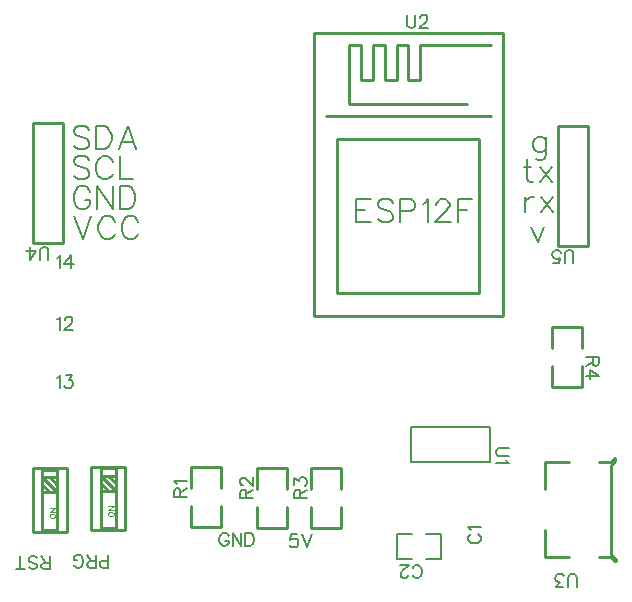
<source format=gto>
G04 Layer: TopSilkLayer*
G04 EasyEDA v6.4.25, 2021-10-08T18:06:41+02:00*
G04 037b28f00f454e67816ab17afa83080b,1cac1e5aea054b3a93835a94b3064acf,10*
G04 Gerber Generator version 0.2*
G04 Scale: 100 percent, Rotated: No, Reflected: No *
G04 Dimensions in millimeters *
G04 leading zeros omitted , absolute positions ,4 integer and 5 decimal *
%FSLAX45Y45*%
%MOMM*%

%ADD10C,0.2540*%
%ADD23C,0.1999*%
%ADD24C,0.1524*%
%ADD25C,0.2032*%
%ADD26C,0.0762*%

%LPD*%
D25*
X1373886Y8330692D02*
G01*
X1355344Y8349234D01*
X1327657Y8358378D01*
X1290828Y8358378D01*
X1263142Y8349234D01*
X1244600Y8330692D01*
X1244600Y8312150D01*
X1253744Y8293862D01*
X1263142Y8284463D01*
X1281429Y8275320D01*
X1337055Y8256778D01*
X1355344Y8247634D01*
X1364742Y8238489D01*
X1373886Y8219947D01*
X1373886Y8192262D01*
X1355344Y8173720D01*
X1327657Y8164576D01*
X1290828Y8164576D01*
X1263142Y8173720D01*
X1244600Y8192262D01*
X1434845Y8358378D02*
G01*
X1434845Y8164576D01*
X1434845Y8358378D02*
G01*
X1499615Y8358378D01*
X1527302Y8349234D01*
X1545589Y8330692D01*
X1554987Y8312150D01*
X1564131Y8284463D01*
X1564131Y8238489D01*
X1554987Y8210550D01*
X1545589Y8192262D01*
X1527302Y8173720D01*
X1499615Y8164576D01*
X1434845Y8164576D01*
X1699005Y8358378D02*
G01*
X1625092Y8164576D01*
X1699005Y8358378D02*
G01*
X1772920Y8164576D01*
X1652778Y8229092D02*
G01*
X1745234Y8229092D01*
X1373886Y8076692D02*
G01*
X1355344Y8095234D01*
X1327657Y8104378D01*
X1290828Y8104378D01*
X1263142Y8095234D01*
X1244600Y8076692D01*
X1244600Y8058150D01*
X1253744Y8039862D01*
X1263142Y8030463D01*
X1281429Y8021320D01*
X1337055Y8002778D01*
X1355344Y7993634D01*
X1364742Y7984489D01*
X1373886Y7965947D01*
X1373886Y7938262D01*
X1355344Y7919720D01*
X1327657Y7910576D01*
X1290828Y7910576D01*
X1263142Y7919720D01*
X1244600Y7938262D01*
X1573529Y8058150D02*
G01*
X1564131Y8076692D01*
X1545589Y8095234D01*
X1527302Y8104378D01*
X1490218Y8104378D01*
X1471929Y8095234D01*
X1453387Y8076692D01*
X1443989Y8058150D01*
X1434845Y8030463D01*
X1434845Y7984489D01*
X1443989Y7956550D01*
X1453387Y7938262D01*
X1471929Y7919720D01*
X1490218Y7910576D01*
X1527302Y7910576D01*
X1545589Y7919720D01*
X1564131Y7938262D01*
X1573529Y7956550D01*
X1634489Y8104378D02*
G01*
X1634489Y7910576D01*
X1634489Y7910576D02*
G01*
X1745234Y7910576D01*
X1383029Y7804150D02*
G01*
X1373886Y7822692D01*
X1355344Y7841234D01*
X1337055Y7850378D01*
X1299971Y7850378D01*
X1281429Y7841234D01*
X1263142Y7822692D01*
X1253744Y7804150D01*
X1244600Y7776463D01*
X1244600Y7730489D01*
X1253744Y7702550D01*
X1263142Y7684262D01*
X1281429Y7665720D01*
X1299971Y7656576D01*
X1337055Y7656576D01*
X1355344Y7665720D01*
X1373886Y7684262D01*
X1383029Y7702550D01*
X1383029Y7730489D01*
X1337055Y7730489D02*
G01*
X1383029Y7730489D01*
X1443989Y7850378D02*
G01*
X1443989Y7656576D01*
X1443989Y7850378D02*
G01*
X1573529Y7656576D01*
X1573529Y7850378D02*
G01*
X1573529Y7656576D01*
X1634489Y7850378D02*
G01*
X1634489Y7656576D01*
X1634489Y7850378D02*
G01*
X1699005Y7850378D01*
X1726692Y7841234D01*
X1745234Y7822692D01*
X1754378Y7804150D01*
X1763776Y7776463D01*
X1763776Y7730489D01*
X1754378Y7702550D01*
X1745234Y7684262D01*
X1726692Y7665720D01*
X1699005Y7656576D01*
X1634489Y7656576D01*
X1244600Y7596378D02*
G01*
X1318513Y7402576D01*
X1392428Y7596378D02*
G01*
X1318513Y7402576D01*
X1591818Y7550150D02*
G01*
X1582673Y7568692D01*
X1564131Y7587234D01*
X1545589Y7596378D01*
X1508760Y7596378D01*
X1490218Y7587234D01*
X1471929Y7568692D01*
X1462531Y7550150D01*
X1453387Y7522463D01*
X1453387Y7476489D01*
X1462531Y7448550D01*
X1471929Y7430262D01*
X1490218Y7411720D01*
X1508760Y7402576D01*
X1545589Y7402576D01*
X1564131Y7411720D01*
X1582673Y7430262D01*
X1591818Y7448550D01*
X1791462Y7550150D02*
G01*
X1782063Y7568692D01*
X1763776Y7587234D01*
X1745234Y7596378D01*
X1708150Y7596378D01*
X1689862Y7587234D01*
X1671320Y7568692D01*
X1662176Y7550150D01*
X1652778Y7522463D01*
X1652778Y7476489D01*
X1662176Y7448550D01*
X1671320Y7430262D01*
X1689862Y7411720D01*
X1708150Y7402576D01*
X1745234Y7402576D01*
X1763776Y7411720D01*
X1782063Y7430262D01*
X1791462Y7448550D01*
X5241543Y8268462D02*
G01*
X5241543Y8120634D01*
X5232400Y8092947D01*
X5223256Y8083550D01*
X5204713Y8074405D01*
X5177027Y8074405D01*
X5158486Y8083550D01*
X5241543Y8240776D02*
G01*
X5223256Y8259063D01*
X5204713Y8268462D01*
X5177027Y8268462D01*
X5158486Y8259063D01*
X5139943Y8240776D01*
X5130800Y8213089D01*
X5130800Y8194547D01*
X5139943Y8166862D01*
X5158486Y8148320D01*
X5177027Y8139176D01*
X5204713Y8139176D01*
X5223256Y8148320D01*
X5241543Y8166862D01*
X5082286Y8078978D02*
G01*
X5082286Y7922005D01*
X5091429Y7894320D01*
X5109972Y7885176D01*
X5128513Y7885176D01*
X5054600Y8014462D02*
G01*
X5119370Y8014462D01*
X5189474Y8014462D02*
G01*
X5291074Y7885176D01*
X5291074Y8014462D02*
G01*
X5189474Y7885176D01*
X5067300Y7760462D02*
G01*
X5067300Y7631176D01*
X5067300Y7705089D02*
G01*
X5076443Y7732776D01*
X5094986Y7751063D01*
X5113527Y7760462D01*
X5141213Y7760462D01*
X5202174Y7760462D02*
G01*
X5303774Y7631176D01*
X5303774Y7760462D02*
G01*
X5202174Y7631176D01*
X5118100Y7506462D02*
G01*
X5173472Y7377176D01*
X5228843Y7506462D02*
G01*
X5173472Y7377176D01*
D24*
X1536700Y4621784D02*
G01*
X1536700Y4730750D01*
X1536700Y4621784D02*
G01*
X1489963Y4621784D01*
X1474470Y4626863D01*
X1469136Y4632197D01*
X1464055Y4642612D01*
X1464055Y4658105D01*
X1469136Y4668520D01*
X1474470Y4673600D01*
X1489963Y4678934D01*
X1536700Y4678934D01*
X1429765Y4621784D02*
G01*
X1429765Y4730750D01*
X1429765Y4621784D02*
G01*
X1383029Y4621784D01*
X1367281Y4626863D01*
X1362202Y4632197D01*
X1356868Y4642612D01*
X1356868Y4653026D01*
X1362202Y4663439D01*
X1367281Y4668520D01*
X1383029Y4673600D01*
X1429765Y4673600D01*
X1393189Y4673600D02*
G01*
X1356868Y4730750D01*
X1244600Y4647692D02*
G01*
X1249934Y4637278D01*
X1260347Y4626863D01*
X1270762Y4621784D01*
X1291589Y4621784D01*
X1301750Y4626863D01*
X1312163Y4637278D01*
X1317497Y4647692D01*
X1322578Y4663439D01*
X1322578Y4689347D01*
X1317497Y4704842D01*
X1312163Y4715255D01*
X1301750Y4725670D01*
X1291589Y4730750D01*
X1270762Y4730750D01*
X1260347Y4725670D01*
X1249934Y4715255D01*
X1244600Y4704842D01*
X1244600Y4689347D01*
X1270762Y4689347D02*
G01*
X1244600Y4689347D01*
D26*
X1534413Y5068570D02*
G01*
X1536700Y5063744D01*
X1541271Y5059171D01*
X1545844Y5056886D01*
X1552955Y5054600D01*
X1564386Y5054600D01*
X1571244Y5056886D01*
X1576070Y5059171D01*
X1580642Y5063744D01*
X1582928Y5068570D01*
X1582928Y5077713D01*
X1580642Y5082286D01*
X1576070Y5086857D01*
X1571244Y5089144D01*
X1564386Y5091429D01*
X1552955Y5091429D01*
X1545844Y5089144D01*
X1541271Y5086857D01*
X1536700Y5082286D01*
X1534413Y5077713D01*
X1534413Y5068570D01*
X1534413Y5106670D02*
G01*
X1582928Y5106670D01*
X1534413Y5106670D02*
G01*
X1582928Y5139181D01*
X1534413Y5139181D02*
G01*
X1582928Y5139181D01*
D24*
X1041400Y4609084D02*
G01*
X1041400Y4718050D01*
X1041400Y4609084D02*
G01*
X994663Y4609084D01*
X979170Y4614163D01*
X973836Y4619497D01*
X968755Y4629912D01*
X968755Y4640326D01*
X973836Y4650739D01*
X979170Y4655820D01*
X994663Y4660900D01*
X1041400Y4660900D01*
X1005078Y4660900D02*
G01*
X968755Y4718050D01*
X861568Y4624578D02*
G01*
X871981Y4614163D01*
X887729Y4609084D01*
X908304Y4609084D01*
X924052Y4614163D01*
X934465Y4624578D01*
X934465Y4634992D01*
X929131Y4645405D01*
X924052Y4650739D01*
X913637Y4655820D01*
X882395Y4666234D01*
X871981Y4671313D01*
X866902Y4676647D01*
X861568Y4687062D01*
X861568Y4702555D01*
X871981Y4712970D01*
X887729Y4718050D01*
X908304Y4718050D01*
X924052Y4712970D01*
X934465Y4702555D01*
X790955Y4609084D02*
G01*
X790955Y4718050D01*
X827278Y4609084D02*
G01*
X754634Y4609084D01*
D26*
X1039113Y5055870D02*
G01*
X1041400Y5051044D01*
X1045971Y5046471D01*
X1050544Y5044186D01*
X1057655Y5041900D01*
X1069086Y5041900D01*
X1075944Y5044186D01*
X1080770Y5046471D01*
X1085342Y5051044D01*
X1087628Y5055870D01*
X1087628Y5065013D01*
X1085342Y5069586D01*
X1080770Y5074157D01*
X1075944Y5076444D01*
X1069086Y5078729D01*
X1057655Y5078729D01*
X1050544Y5076444D01*
X1045971Y5074157D01*
X1041400Y5069586D01*
X1039113Y5065013D01*
X1039113Y5055870D01*
X1039113Y5093970D02*
G01*
X1087628Y5093970D01*
X1039113Y5093970D02*
G01*
X1087628Y5126481D01*
X1039113Y5126481D02*
G01*
X1087628Y5126481D01*
D24*
X1028700Y7225284D02*
G01*
X1028700Y7303262D01*
X1023620Y7318755D01*
X1013205Y7329170D01*
X997457Y7334250D01*
X987044Y7334250D01*
X971550Y7329170D01*
X961136Y7318755D01*
X956055Y7303262D01*
X956055Y7225284D01*
X869695Y7225284D02*
G01*
X921765Y7297928D01*
X843787Y7297928D01*
X869695Y7225284D02*
G01*
X869695Y7334250D01*
X4609591Y4903978D02*
G01*
X4599177Y4898644D01*
X4588763Y4888229D01*
X4583684Y4878070D01*
X4583684Y4857242D01*
X4588763Y4846828D01*
X4599177Y4836413D01*
X4609591Y4831079D01*
X4625340Y4826000D01*
X4651247Y4826000D01*
X4666741Y4831079D01*
X4677156Y4836413D01*
X4687570Y4846828D01*
X4692650Y4857242D01*
X4692650Y4878070D01*
X4687570Y4888229D01*
X4677156Y4898644D01*
X4666741Y4903978D01*
X4604511Y4938268D02*
G01*
X4599177Y4948681D01*
X4583684Y4964176D01*
X4692650Y4964176D01*
X4113047Y4558766D02*
G01*
X4118381Y4548352D01*
X4128795Y4537938D01*
X4138955Y4532858D01*
X4159783Y4532858D01*
X4170197Y4537938D01*
X4180611Y4548352D01*
X4185945Y4558766D01*
X4191025Y4574514D01*
X4191025Y4600422D01*
X4185945Y4615916D01*
X4180611Y4626330D01*
X4170197Y4636744D01*
X4159783Y4641824D01*
X4138955Y4641824D01*
X4128795Y4636744D01*
X4118381Y4626330D01*
X4113047Y4615916D01*
X4073677Y4558766D02*
G01*
X4073677Y4553686D01*
X4068343Y4543272D01*
X4063263Y4537938D01*
X4052849Y4532858D01*
X4032021Y4532858D01*
X4021607Y4537938D01*
X4016527Y4543272D01*
X4011193Y4553686D01*
X4011193Y4564100D01*
X4016527Y4574514D01*
X4026941Y4590008D01*
X4078757Y4641824D01*
X4006113Y4641824D01*
X2094484Y5219700D02*
G01*
X2203450Y5219700D01*
X2094484Y5219700D02*
G01*
X2094484Y5266436D01*
X2099563Y5281929D01*
X2104897Y5287263D01*
X2115311Y5292344D01*
X2125725Y5292344D01*
X2136140Y5287263D01*
X2141220Y5281929D01*
X2146300Y5266436D01*
X2146300Y5219700D01*
X2146300Y5256021D02*
G01*
X2203450Y5292344D01*
X2115311Y5326634D02*
G01*
X2109977Y5337047D01*
X2094484Y5352795D01*
X2203450Y5352795D01*
X2653284Y5207000D02*
G01*
X2762250Y5207000D01*
X2653284Y5207000D02*
G01*
X2653284Y5253736D01*
X2658363Y5269229D01*
X2663697Y5274563D01*
X2674111Y5279644D01*
X2684525Y5279644D01*
X2694940Y5274563D01*
X2700020Y5269229D01*
X2705100Y5253736D01*
X2705100Y5207000D01*
X2705100Y5243321D02*
G01*
X2762250Y5279644D01*
X2679191Y5319268D02*
G01*
X2674111Y5319268D01*
X2663697Y5324347D01*
X2658363Y5329681D01*
X2653284Y5340095D01*
X2653284Y5360670D01*
X2658363Y5371084D01*
X2663697Y5376418D01*
X2674111Y5381497D01*
X2684525Y5381497D01*
X2694940Y5376418D01*
X2710434Y5366004D01*
X2762250Y5313934D01*
X2762250Y5386831D01*
X3110484Y5207000D02*
G01*
X3219450Y5207000D01*
X3110484Y5207000D02*
G01*
X3110484Y5253736D01*
X3115563Y5269229D01*
X3120897Y5274563D01*
X3131311Y5279644D01*
X3141725Y5279644D01*
X3152140Y5274563D01*
X3157220Y5269229D01*
X3162300Y5253736D01*
X3162300Y5207000D01*
X3162300Y5243321D02*
G01*
X3219450Y5279644D01*
X3110484Y5324347D02*
G01*
X3110484Y5381497D01*
X3152140Y5350510D01*
X3152140Y5366004D01*
X3157220Y5376418D01*
X3162300Y5381497D01*
X3178047Y5386831D01*
X3188461Y5386831D01*
X3203956Y5381497D01*
X3214370Y5371084D01*
X3219450Y5355589D01*
X3219450Y5340095D01*
X3214370Y5324347D01*
X3209290Y5319268D01*
X3198875Y5313934D01*
X5690615Y6400800D02*
G01*
X5581650Y6400800D01*
X5690615Y6400800D02*
G01*
X5690615Y6354063D01*
X5685536Y6338570D01*
X5680202Y6333236D01*
X5669788Y6328155D01*
X5659374Y6328155D01*
X5648959Y6333236D01*
X5643879Y6338570D01*
X5638800Y6354063D01*
X5638800Y6400800D01*
X5638800Y6364478D02*
G01*
X5581650Y6328155D01*
X5690615Y6241795D02*
G01*
X5617972Y6293865D01*
X5617972Y6215887D01*
X5690615Y6241795D02*
G01*
X5581650Y6241795D01*
X4928615Y5636102D02*
G01*
X4850638Y5636102D01*
X4835143Y5631022D01*
X4824729Y5620608D01*
X4819650Y5604860D01*
X4819650Y5594446D01*
X4824729Y5578952D01*
X4835143Y5568538D01*
X4850638Y5563458D01*
X4928615Y5563458D01*
X4907788Y5529168D02*
G01*
X4913122Y5518754D01*
X4928615Y5503006D01*
X4819650Y5503006D01*
X4064101Y9302114D02*
G01*
X4064101Y9224137D01*
X4069181Y9208643D01*
X4079595Y9198229D01*
X4095343Y9193149D01*
X4105757Y9193149D01*
X4121251Y9198229D01*
X4131665Y9208643D01*
X4136745Y9224137D01*
X4136745Y9302114D01*
X4176369Y9276206D02*
G01*
X4176369Y9281287D01*
X4181449Y9291701D01*
X4186783Y9297035D01*
X4197197Y9302114D01*
X4217771Y9302114D01*
X4228185Y9297035D01*
X4233519Y9291701D01*
X4238599Y9281287D01*
X4238599Y9270872D01*
X4233519Y9260459D01*
X4223105Y9244964D01*
X4171035Y9193149D01*
X4243933Y9193149D01*
D25*
X3636873Y7739253D02*
G01*
X3636873Y7545451D01*
X3636873Y7739253D02*
G01*
X3756761Y7739253D01*
X3636873Y7647051D02*
G01*
X3710533Y7647051D01*
X3636873Y7545451D02*
G01*
X3756761Y7545451D01*
X3947007Y7711567D02*
G01*
X3928719Y7730109D01*
X3901033Y7739253D01*
X3863949Y7739253D01*
X3836263Y7730109D01*
X3817721Y7711567D01*
X3817721Y7693279D01*
X3827119Y7674737D01*
X3836263Y7665593D01*
X3854805Y7656195D01*
X3910177Y7637653D01*
X3928719Y7628509D01*
X3937863Y7619364D01*
X3947007Y7600822D01*
X3947007Y7573137D01*
X3928719Y7554595D01*
X3901033Y7545451D01*
X3863949Y7545451D01*
X3836263Y7554595D01*
X3817721Y7573137D01*
X4007967Y7739253D02*
G01*
X4007967Y7545451D01*
X4007967Y7739253D02*
G01*
X4091279Y7739253D01*
X4118965Y7730109D01*
X4128109Y7720964D01*
X4137253Y7702422D01*
X4137253Y7674737D01*
X4128109Y7656195D01*
X4118965Y7647051D01*
X4091279Y7637653D01*
X4007967Y7637653D01*
X4198213Y7702422D02*
G01*
X4216755Y7711567D01*
X4244441Y7739253D01*
X4244441Y7545451D01*
X4314799Y7693279D02*
G01*
X4314799Y7702422D01*
X4323943Y7720964D01*
X4333087Y7730109D01*
X4351629Y7739253D01*
X4388713Y7739253D01*
X4407001Y7730109D01*
X4416399Y7720964D01*
X4425543Y7702422D01*
X4425543Y7683880D01*
X4416399Y7665593D01*
X4397857Y7637653D01*
X4305401Y7545451D01*
X4434687Y7545451D01*
X4495647Y7739253D02*
G01*
X4495647Y7545451D01*
X4495647Y7739253D02*
G01*
X4615789Y7739253D01*
X4495647Y7647051D02*
G01*
X4569561Y7647051D01*
D24*
X5501800Y4459384D02*
G01*
X5501800Y4537362D01*
X5496720Y4552856D01*
X5486306Y4563270D01*
X5470558Y4568350D01*
X5460144Y4568350D01*
X5444650Y4563270D01*
X5434236Y4552856D01*
X5429156Y4537362D01*
X5429156Y4459384D01*
X5384452Y4459384D02*
G01*
X5327302Y4459384D01*
X5358290Y4501040D01*
X5342796Y4501040D01*
X5332382Y4506120D01*
X5327302Y4511200D01*
X5321968Y4526948D01*
X5321968Y4537362D01*
X5327302Y4552856D01*
X5337716Y4563270D01*
X5353210Y4568350D01*
X5368704Y4568350D01*
X5384452Y4563270D01*
X5389532Y4558190D01*
X5394866Y4547776D01*
X5473700Y7199884D02*
G01*
X5473700Y7277862D01*
X5468620Y7293355D01*
X5458206Y7303770D01*
X5442458Y7308850D01*
X5432043Y7308850D01*
X5416550Y7303770D01*
X5406136Y7293355D01*
X5401056Y7277862D01*
X5401056Y7199884D01*
X5304281Y7199884D02*
G01*
X5356352Y7199884D01*
X5361431Y7246620D01*
X5356352Y7241539D01*
X5340604Y7236205D01*
X5325109Y7236205D01*
X5309615Y7241539D01*
X5299202Y7251700D01*
X5293868Y7267447D01*
X5293868Y7277862D01*
X5299202Y7293355D01*
X5309615Y7303770D01*
X5325109Y7308850D01*
X5340604Y7308850D01*
X5356352Y7303770D01*
X5361431Y7298689D01*
X5366765Y7288276D01*
X3135629Y4903215D02*
G01*
X3083813Y4903215D01*
X3078479Y4856479D01*
X3083813Y4861560D01*
X3099308Y4866894D01*
X3115056Y4866894D01*
X3130550Y4861560D01*
X3140963Y4851400D01*
X3146043Y4835652D01*
X3146043Y4825237D01*
X3140963Y4809744D01*
X3130550Y4799329D01*
X3115056Y4794250D01*
X3099308Y4794250D01*
X3083813Y4799329D01*
X3078479Y4804410D01*
X3073400Y4814823D01*
X3180334Y4903215D02*
G01*
X3221990Y4794250D01*
X3263645Y4903215D02*
G01*
X3221990Y4794250D01*
X2554477Y4890007D02*
G01*
X2549143Y4900421D01*
X2538729Y4910836D01*
X2528570Y4915915D01*
X2507741Y4915915D01*
X2497327Y4910836D01*
X2486913Y4900421D01*
X2481579Y4890007D01*
X2476500Y4874260D01*
X2476500Y4848352D01*
X2481579Y4832857D01*
X2486913Y4822444D01*
X2497327Y4812029D01*
X2507741Y4806950D01*
X2528570Y4806950D01*
X2538729Y4812029D01*
X2549143Y4822444D01*
X2554477Y4832857D01*
X2554477Y4848352D01*
X2528570Y4848352D02*
G01*
X2554477Y4848352D01*
X2588768Y4915915D02*
G01*
X2588768Y4806950D01*
X2588768Y4915915D02*
G01*
X2661411Y4806950D01*
X2661411Y4915915D02*
G01*
X2661411Y4806950D01*
X2695702Y4915915D02*
G01*
X2695702Y4806950D01*
X2695702Y4915915D02*
G01*
X2732024Y4915915D01*
X2747772Y4910836D01*
X2758186Y4900421D01*
X2763265Y4890007D01*
X2768600Y4874260D01*
X2768600Y4848352D01*
X2763265Y4832857D01*
X2758186Y4822444D01*
X2747772Y4812029D01*
X2732024Y4806950D01*
X2695702Y4806950D01*
X1104900Y6228587D02*
G01*
X1115313Y6233921D01*
X1130807Y6249415D01*
X1130807Y6140450D01*
X1175512Y6249415D02*
G01*
X1232662Y6249415D01*
X1201420Y6207760D01*
X1217168Y6207760D01*
X1227581Y6202679D01*
X1232662Y6197600D01*
X1237995Y6181852D01*
X1237995Y6171437D01*
X1232662Y6155944D01*
X1222247Y6145529D01*
X1206754Y6140450D01*
X1191260Y6140450D01*
X1175512Y6145529D01*
X1170431Y6150610D01*
X1165097Y6161023D01*
X1104900Y6723887D02*
G01*
X1115313Y6729221D01*
X1130807Y6744715D01*
X1130807Y6635750D01*
X1170431Y6718808D02*
G01*
X1170431Y6723887D01*
X1175512Y6734302D01*
X1180845Y6739636D01*
X1191260Y6744715D01*
X1211834Y6744715D01*
X1222247Y6739636D01*
X1227581Y6734302D01*
X1232662Y6723887D01*
X1232662Y6713473D01*
X1227581Y6703060D01*
X1217168Y6687565D01*
X1165097Y6635750D01*
X1237995Y6635750D01*
X1104900Y7244587D02*
G01*
X1115313Y7249921D01*
X1130807Y7265415D01*
X1130807Y7156450D01*
X1217168Y7265415D02*
G01*
X1165097Y7192771D01*
X1243076Y7192771D01*
X1217168Y7265415D02*
G01*
X1217168Y7156450D01*
D10*
X1536700Y5270500D02*
G01*
X1473200Y5334000D01*
X1473200Y5341620D01*
X1473200Y5273039D02*
G01*
X1473200Y5270500D01*
X1600200Y5270500D01*
X1473200Y5397500D01*
X1600200Y5397500D01*
X1600200Y5334000D02*
G01*
X1536700Y5397500D01*
X1473200Y4953000D02*
G01*
X1473200Y5461000D01*
X1600200Y5461000D01*
X1600200Y4953000D01*
X1473200Y4953000D01*
X1680692Y4936997D02*
G01*
X1392681Y4936997D01*
X1392681Y5477002D01*
X1680692Y5477002D01*
X1680692Y4936997D01*
X1041400Y5257800D02*
G01*
X977900Y5321300D01*
X977900Y5328920D01*
X977900Y5260339D02*
G01*
X977900Y5257800D01*
X1104900Y5257800D01*
X977900Y5384800D01*
X1104900Y5384800D01*
X1104900Y5321300D02*
G01*
X1041400Y5384800D01*
X977900Y4940300D02*
G01*
X977900Y5448300D01*
X1104900Y5448300D01*
X1104900Y4940300D01*
X977900Y4940300D01*
X1185392Y4924297D02*
G01*
X897381Y4924297D01*
X897381Y5464302D01*
X1185392Y5464302D01*
X1185392Y4924297D01*
X1155700Y7366000D02*
G01*
X901700Y7366000D01*
X901700Y8382000D01*
X1155700Y8382000D01*
X1155700Y7366000D01*
D23*
X4110126Y4904079D02*
G01*
X3978122Y4904079D01*
X3978122Y4697069D01*
X4110126Y4697069D01*
X4223334Y4904079D02*
G01*
X4355338Y4904079D01*
X4355338Y4697069D01*
X4223334Y4697069D01*
D10*
X2235200Y5143500D02*
G01*
X2235200Y4965700D01*
X2489200Y4965700D01*
X2489200Y5143500D01*
X2489200Y5295900D02*
G01*
X2489200Y5473700D01*
X2235200Y5473700D01*
X2235200Y5295900D01*
X2794000Y5130800D02*
G01*
X2794000Y4953000D01*
X3048000Y4953000D01*
X3048000Y5130800D01*
X3048000Y5283200D02*
G01*
X3048000Y5461000D01*
X2794000Y5461000D01*
X2794000Y5283200D01*
X3251200Y5130800D02*
G01*
X3251200Y4953000D01*
X3505200Y4953000D01*
X3505200Y5130800D01*
X3505200Y5283200D02*
G01*
X3505200Y5461000D01*
X3251200Y5461000D01*
X3251200Y5283200D01*
X5549900Y6477000D02*
G01*
X5549900Y6654800D01*
X5295900Y6654800D01*
X5295900Y6477000D01*
X5295900Y6324600D02*
G01*
X5295900Y6146800D01*
X5549900Y6146800D01*
X5549900Y6324600D01*
D24*
X4099679Y5808642D02*
G01*
X4764920Y5808642D01*
X4764920Y5514362D01*
X4099679Y5514362D01*
X4099679Y5808642D01*
D10*
X3276701Y6748602D02*
G01*
X4876698Y6748602D01*
X4876698Y6748602D02*
G01*
X4876698Y9148597D01*
X4876698Y9148597D02*
G01*
X3276701Y9148597D01*
X3276701Y6748602D01*
X3376701Y8448598D02*
G01*
X4776698Y8448598D01*
X4576699Y8548598D02*
G01*
X3576700Y8548598D01*
X3576700Y9048597D01*
X3676700Y9048597D01*
X3676700Y8748598D01*
X3776700Y8748598D01*
X3776700Y9048597D01*
X3876700Y9048597D01*
X3876700Y8748598D01*
X3976700Y8748598D01*
X3976700Y9048597D01*
X4076700Y9048597D01*
X4076700Y8748598D01*
X4176699Y8748598D01*
X4176699Y9048597D01*
X4776698Y9048597D01*
X3476701Y8248599D02*
G01*
X3476701Y6948601D01*
X4676698Y6948601D01*
X4676698Y8248599D01*
X3476701Y8248599D01*
X5787009Y5511370D02*
G01*
X5829045Y5550080D01*
X5829045Y5520717D01*
X5796025Y5490237D01*
X5796025Y4727475D01*
X5834125Y4691915D01*
X5834125Y4675482D01*
X5829045Y4675482D01*
X5787009Y4711372D01*
X5236006Y5512361D02*
G01*
X5236006Y5288028D01*
X5236006Y4936695D02*
G01*
X5236006Y4712362D01*
X5236006Y4712362D02*
G01*
X5433822Y4712362D01*
X5690108Y4712362D02*
G01*
X5787009Y4712362D01*
X5236006Y5512361D02*
G01*
X5433822Y5512361D01*
X5690108Y5512361D02*
G01*
X5772485Y5512361D01*
X5600700Y7340600D02*
G01*
X5346700Y7340600D01*
X5346700Y8356600D01*
X5600700Y8356600D01*
X5600700Y7340600D01*
M02*

</source>
